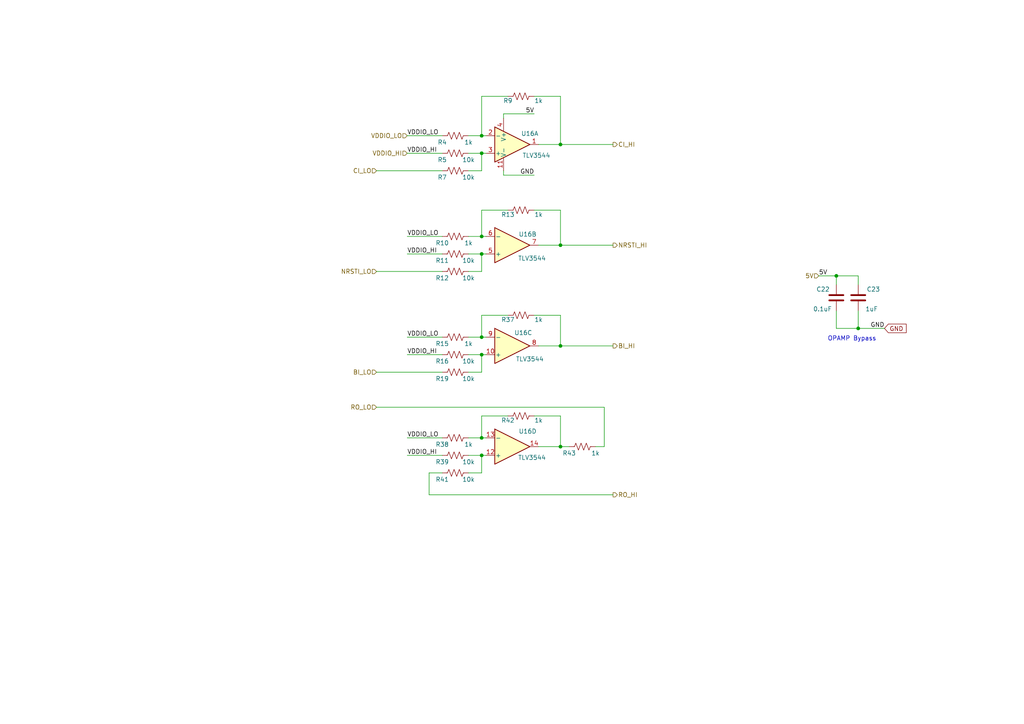
<source format=kicad_sch>
(kicad_sch (version 20250114) (generator "eeschema") (generator_version "9.0")
  (paper "A4")
  (title_block (title "bitaxeGamma Turbo") (date "2025-09-15") (rev "800xxxx"))
  (lib_symbols
    (symbol "Device:C" (pin_numbers (hide yes)) (pin_names (offset 0.254))
      (property "Reference" "C" (at 0.635 2.54 0))
      (property "Value" "C" (at 0.635 -2.54 0))
      (symbol "C_0_1"
        (polyline (pts (xy -2.032 0.762) (xy 2.032 0.762)) (stroke (width 0.508)))
        (polyline (pts (xy -2.032 -0.762) (xy 2.032 -0.762)) (stroke (width 0.508)))
      )
      (symbol "C_1_1"
        (pin passive line (at 0 3.81 270) (length 2.794) (name "~") (number "1"))
        (pin passive line (at 0 -3.81 90) (length 2.794) (name "~") (number "2"))
      )
    )
    (symbol "Device:R_US" (pin_numbers (hide yes)) (pin_names (offset 0))
      (property "Reference" "R" (at 2.54 0 90))
      (property "Value" "R_US" (at -2.54 0 90))
      (symbol "R_US_0_1"
        (polyline (pts (xy 0 2.286) (xy 0 2.54)))
        (polyline (pts (xy 0 2.286) (xy 1.016 1.905) (xy 0 1.524) (xy -1.016 1.143) (xy 0 0.762)))
        (polyline (pts (xy 0 0.762) (xy 1.016 0.381) (xy 0 0) (xy -1.016 -0.381) (xy 0 -0.762)))
        (polyline (pts (xy 0 -0.762) (xy 1.016 -1.143) (xy 0 -1.524) (xy -1.016 -1.905) (xy 0 -2.286)))
        (polyline (pts (xy 0 -2.286) (xy 0 -2.54)))
      )
      (symbol "R_US_1_1"
        (pin passive line (at 0 3.81 270) (length 1.27) (name "~") (number "1"))
        (pin passive line (at 0 -3.81 90) (length 1.27) (name "~") (number "2"))
      )
    )
    (symbol "TLV3544_1" (pin_names (offset 0.127))
      (property "Reference" "U" (at 7.62 2.54 0))
      (property "Value" "TLV3544" (at 11.43 -2.54 0))
      (symbol "TLV3544_1_0_1"
        (polyline (pts (xy -2.54 5.08) (xy -2.54 -5.08) (xy 7.62 0) (xy -2.54 5.08)) (stroke (width 0.254)) (fill (type background)))
      )
      (symbol "TLV3544_1_1_1"
        (pin input line (at -5.08 2.54 0) (length 2.54) (name "-") (number "2"))
        (pin input line (at -5.08 -2.54 0) (length 2.54) (name "+") (number "3"))
        (pin power_in line (at 0 7.62 270) (length 3.81) (name "V+") (number "4"))
        (pin power_in line (at 0 -7.62 90) (length 3.81) (name "V-") (number "11"))
        (pin output line (at 10.16 0 180) (length 2.54) (name "~") (number "1"))
      )
      (symbol "TLV3544_1_2_1"
        (pin input line (at -5.08 2.54 0) (length 2.54) (name "-") (number "6"))
        (pin input line (at -5.08 -2.54 0) (length 2.54) (name "+") (number "5"))
        (pin output line (at 10.16 0 180) (length 2.54) (name "~") (number "7"))
      )
      (symbol "TLV3544_1_3_1"
        (pin input line (at -5.08 2.54 0) (length 2.54) (name "-") (number "9"))
        (pin input line (at -5.08 -2.54 0) (length 2.54) (name "+") (number "10"))
        (pin output line (at 10.16 0 180) (length 2.54) (name "~") (number "8"))
      )
      (symbol "TLV3544_1_4_1"
        (pin input line (at -5.08 2.54 0) (length 2.54) (name "-") (number "13"))
        (pin input line (at -5.08 -2.54 0) (length 2.54) (name "+") (number "12"))
        (pin output line (at 10.16 0 180) (length 2.54) (name "~") (number "14"))
      )
    )
    (symbol "TLV3544_2" (pin_names (offset 0.127))
      (property "Reference" "U" (at 7.62 2.54 0))
      (property "Value" "TLV3544" (at 11.43 -2.54 0))
      (symbol "TLV3544_2_0_1"
        (polyline (pts (xy -2.54 5.08) (xy -2.54 -5.08) (xy 7.62 0) (xy -2.54 5.08)) (stroke (width 0.254)) (fill (type background)))
      )
      (symbol "TLV3544_2_1_1"
        (pin input line (at -5.08 2.54 0) (length 2.54) (name "-") (number "2"))
        (pin input line (at -5.08 -2.54 0) (length 2.54) (name "+") (number "3"))
        (pin power_in line (at 0 7.62 270) (length 3.81) (name "V+") (number "4"))
        (pin power_in line (at 0 -7.62 90) (length 3.81) (name "V-") (number "11"))
        (pin output line (at 10.16 0 180) (length 2.54) (name "~") (number "1"))
      )
      (symbol "TLV3544_2_2_1"
        (pin input line (at -5.08 2.54 0) (length 2.54) (name "-") (number "6"))
        (pin input line (at -5.08 -2.54 0) (length 2.54) (name "+") (number "5"))
        (pin output line (at 10.16 0 180) (length 2.54) (name "~") (number "7"))
      )
      (symbol "TLV3544_2_3_1"
        (pin input line (at -5.08 2.54 0) (length 2.54) (name "-") (number "9"))
        (pin input line (at -5.08 -2.54 0) (length 2.54) (name "+") (number "10"))
        (pin output line (at 10.16 0 180) (length 2.54) (name "~") (number "8"))
      )
      (symbol "TLV3544_2_4_1"
        (pin input line (at -5.08 2.54 0) (length 2.54) (name "-") (number "13"))
        (pin input line (at -5.08 -2.54 0) (length 2.54) (name "+") (number "12"))
        (pin output line (at 10.16 0 180) (length 2.54) (name "~") (number "14"))
      )
    )
    (symbol "TLV3544_3" (pin_names (offset 0.127))
      (property "Reference" "U" (at 7.62 2.54 0))
      (property "Value" "TLV3544" (at 11.43 -2.54 0))
      (symbol "TLV3544_3_0_1"
        (polyline (pts (xy -2.54 5.08) (xy -2.54 -5.08) (xy 7.62 0) (xy -2.54 5.08)) (stroke (width 0.254)) (fill (type background)))
      )
      (symbol "TLV3544_3_1_1"
        (pin input line (at -5.08 2.54 0) (length 2.54) (name "-") (number "2"))
        (pin input line (at -5.08 -2.54 0) (length 2.54) (name "+") (number "3"))
        (pin power_in line (at 0 7.62 270) (length 3.81) (name "V+") (number "4"))
        (pin power_in line (at 0 -7.62 90) (length 3.81) (name "V-") (number "11"))
        (pin output line (at 10.16 0 180) (length 2.54) (name "~") (number "1"))
      )
      (symbol "TLV3544_3_2_1"
        (pin input line (at -5.08 2.54 0) (length 2.54) (name "-") (number "6"))
        (pin input line (at -5.08 -2.54 0) (length 2.54) (name "+") (number "5"))
        (pin output line (at 10.16 0 180) (length 2.54) (name "~") (number "7"))
      )
      (symbol "TLV3544_3_3_1"
        (pin input line (at -5.08 2.54 0) (length 2.54) (name "-") (number "9"))
        (pin input line (at -5.08 -2.54 0) (length 2.54) (name "+") (number "10"))
        (pin output line (at 10.16 0 180) (length 2.54) (name "~") (number "8"))
      )
      (symbol "TLV3544_3_4_1"
        (pin input line (at -5.08 2.54 0) (length 2.54) (name "-") (number "13"))
        (pin input line (at -5.08 -2.54 0) (length 2.54) (name "+") (number "12"))
        (pin output line (at 10.16 0 180) (length 2.54) (name "~") (number "14"))
      )
    )
    (symbol "bitaxe:TLV3544" (pin_names (offset 0.127))
      (property "Reference" "U" (at 7.62 2.54 0))
      (property "Value" "TLV3544" (at 11.43 -2.54 0))
      (symbol "TLV3544_0_1"
        (polyline (pts (xy -2.54 5.08) (xy -2.54 -5.08) (xy 7.62 0) (xy -2.54 5.08)) (stroke (width 0.254)) (fill (type background)))
      )
      (symbol "TLV3544_1_1"
        (pin input line (at -5.08 2.54 0) (length 2.54) (name "-") (number "2"))
        (pin input line (at -5.08 -2.54 0) (length 2.54) (name "+") (number "3"))
        (pin power_in line (at 0 7.62 270) (length 3.81) (name "V+") (number "4"))
        (pin power_in line (at 0 -7.62 90) (length 3.81) (name "V-") (number "11"))
        (pin output line (at 10.16 0 180) (length 2.54) (name "~") (number "1"))
      )
      (symbol "TLV3544_2_1"
        (pin input line (at -5.08 2.54 0) (length 2.54) (name "-") (number "6"))
        (pin input line (at -5.08 -2.54 0) (length 2.54) (name "+") (number "5"))
        (pin output line (at 10.16 0 180) (length 2.54) (name "~") (number "7"))
      )
      (symbol "TLV3544_3_1"
        (pin input line (at -5.08 2.54 0) (length 2.54) (name "-") (number "9"))
        (pin input line (at -5.08 -2.54 0) (length 2.54) (name "+") (number "10"))
        (pin output line (at 10.16 0 180) (length 2.54) (name "~") (number "8"))
      )
      (symbol "TLV3544_4_1"
        (pin input line (at -5.08 2.54 0) (length 2.54) (name "-") (number "13"))
        (pin input line (at -5.08 -2.54 0) (length 2.54) (name "+") (number "12"))
        (pin output line (at 10.16 0 180) (length 2.54) (name "~") (number "14"))
      )
    )
  )
  (text "OPAMP Bypass" (at 240.03 99.06 0) (effects (font (size 1.27 1.27)) (justify left bottom)))
  (junction (at 162.56 100.33))
  (junction (at 162.56 71.12))
  (junction (at 248.92 95.25))
  (junction (at 162.56 41.91))
  (junction (at 139.7 127))
  (junction (at 139.7 73.66))
  (junction (at 139.7 68.58))
  (junction (at 139.7 39.37))
  (junction (at 139.7 102.87))
  (junction (at 139.7 44.45))
  (junction (at 162.56 129.54))
  (junction (at 242.57 80.01))
  (junction (at 139.7 97.79))
  (junction (at 139.7 132.08))
  (wire (pts (xy 135.89 127) (xy 139.7 127)))
  (wire (pts (xy 146.05 33.02) (xy 154.94 33.02)))
  (wire (pts (xy 162.56 100.33) (xy 177.8 100.33)))
  (wire (pts (xy 162.56 60.96) (xy 162.56 71.12)))
  (wire (pts (xy 162.56 41.91) (xy 177.8 41.91)))
  (wire (pts (xy 135.89 102.87) (xy 139.7 102.87)))
  (wire (pts (xy 248.92 82.55) (xy 248.92 80.01)))
  (wire (pts (xy 139.7 39.37) (xy 140.97 39.37)))
  (wire (pts (xy 135.89 39.37) (xy 139.7 39.37)))
  (wire (pts (xy 124.46 137.16) (xy 128.27 137.16)))
  (wire (pts (xy 118.11 97.79) (xy 128.27 97.79)))
  (wire (pts (xy 109.22 78.74) (xy 128.27 78.74)))
  (wire (pts (xy 139.7 132.08) (xy 140.97 132.08)))
  (wire (pts (xy 248.92 95.25) (xy 256.54 95.25)))
  (wire (pts (xy 139.7 60.96) (xy 147.32 60.96)))
  (wire (pts (xy 139.7 120.65) (xy 139.7 127)))
  (wire (pts (xy 139.7 78.74) (xy 139.7 73.66)))
  (wire (pts (xy 162.56 71.12) (xy 156.21 71.12)))
  (wire (pts (xy 135.89 137.16) (xy 139.7 137.16)))
  (wire (pts (xy 146.05 34.29) (xy 146.05 33.02)))
  (wire (pts (xy 139.7 91.44) (xy 139.7 97.79)))
  (wire (pts (xy 139.7 120.65) (xy 147.32 120.65)))
  (wire (pts (xy 139.7 127) (xy 140.97 127)))
  (wire (pts (xy 135.89 44.45) (xy 139.7 44.45)))
  (wire (pts (xy 109.22 49.53) (xy 128.27 49.53)))
  (wire (pts (xy 139.7 97.79) (xy 140.97 97.79)))
  (wire (pts (xy 242.57 90.17) (xy 242.57 95.25)))
  (wire (pts (xy 135.89 49.53) (xy 139.7 49.53)))
  (wire (pts (xy 135.89 97.79) (xy 139.7 97.79)))
  (wire (pts (xy 162.56 120.65) (xy 162.56 129.54)))
  (wire (pts (xy 118.11 44.45) (xy 128.27 44.45)))
  (wire (pts (xy 139.7 107.95) (xy 139.7 102.87)))
  (wire (pts (xy 135.89 78.74) (xy 139.7 78.74)))
  (wire (pts (xy 139.7 68.58) (xy 140.97 68.58)))
  (wire (pts (xy 139.7 73.66) (xy 140.97 73.66)))
  (wire (pts (xy 162.56 91.44) (xy 162.56 100.33)))
  (wire (pts (xy 237.49 80.01) (xy 242.57 80.01)))
  (wire (pts (xy 177.8 143.51) (xy 124.46 143.51)))
  (wire (pts (xy 175.26 118.11) (xy 175.26 129.54)))
  (wire (pts (xy 118.11 102.87) (xy 128.27 102.87)))
  (wire (pts (xy 139.7 60.96) (xy 139.7 68.58)))
  (wire (pts (xy 139.7 137.16) (xy 139.7 132.08)))
  (wire (pts (xy 139.7 27.94) (xy 139.7 39.37)))
  (wire (pts (xy 124.46 143.51) (xy 124.46 137.16)))
  (wire (pts (xy 109.22 118.11) (xy 175.26 118.11)))
  (wire (pts (xy 118.11 68.58) (xy 128.27 68.58)))
  (wire (pts (xy 135.89 73.66) (xy 139.7 73.66)))
  (wire (pts (xy 135.89 132.08) (xy 139.7 132.08)))
  (wire (pts (xy 135.89 107.95) (xy 139.7 107.95)))
  (wire (pts (xy 162.56 129.54) (xy 165.1 129.54)))
  (wire (pts (xy 248.92 90.17) (xy 248.92 95.25)))
  (wire (pts (xy 154.94 120.65) (xy 162.56 120.65)))
  (wire (pts (xy 154.94 60.96) (xy 162.56 60.96)))
  (wire (pts (xy 242.57 80.01) (xy 248.92 80.01)))
  (wire (pts (xy 154.94 27.94) (xy 162.56 27.94)))
  (wire (pts (xy 139.7 44.45) (xy 140.97 44.45)))
  (wire (pts (xy 118.11 73.66) (xy 128.27 73.66)))
  (wire (pts (xy 162.56 100.33) (xy 156.21 100.33)))
  (wire (pts (xy 135.89 68.58) (xy 139.7 68.58)))
  (wire (pts (xy 139.7 49.53) (xy 139.7 44.45)))
  (wire (pts (xy 139.7 27.94) (xy 147.32 27.94)))
  (wire (pts (xy 146.05 50.8) (xy 154.94 50.8)))
  (wire (pts (xy 118.11 132.08) (xy 128.27 132.08)))
  (wire (pts (xy 242.57 80.01) (xy 242.57 82.55)))
  (wire (pts (xy 139.7 102.87) (xy 140.97 102.87)))
  (wire (pts (xy 172.72 129.54) (xy 175.26 129.54)))
  (wire (pts (xy 118.11 39.37) (xy 128.27 39.37)))
  (wire (pts (xy 156.21 129.54) (xy 162.56 129.54)))
  (wire (pts (xy 162.56 71.12) (xy 177.8 71.12)))
  (wire (pts (xy 146.05 49.53) (xy 146.05 50.8)))
  (wire (pts (xy 242.57 95.25) (xy 248.92 95.25)))
  (wire (pts (xy 109.22 107.95) (xy 128.27 107.95)))
  (wire (pts (xy 139.7 91.44) (xy 147.32 91.44)))
  (wire (pts (xy 118.11 127) (xy 128.27 127)))
  (wire (pts (xy 162.56 41.91) (xy 156.21 41.91)))
  (wire (pts (xy 154.94 91.44) (xy 162.56 91.44)))
  (wire (pts (xy 162.56 27.94) (xy 162.56 41.91)))
  (label "VDDIO_HI" (at 118.11 132.08 0))
  (label "VDDIO_LO" (at 118.11 127 0))
  (label "GND" (at 154.94 50.8 180))
  (label "VDDIO_HI" (at 118.11 102.87 0))
  (label "VDDIO_HI" (at 118.11 44.45 0))
  (label "VDDIO_LO" (at 118.11 68.58 0))
  (label "VDDIO_LO" (at 118.11 97.79 0))
  (label "GND" (at 256.54 95.25 180))
  (label "VDDIO_HI" (at 118.11 73.66 0))
  (label "5V" (at 154.94 33.02 180))
  (label "VDDIO_LO" (at 118.11 39.37 0))
  (label "5V" (at 237.49 80.01 0))
  (global_label "GND" (shape input) (at 256.54 95.25 0) (property "Intersheetrefs" "${INTERSHEET_REFS}" (effects (hide yes))))
  (hierarchical_label "RO_LO" (shape input) (at 109.22 118.11 180))
  (hierarchical_label "CI_HI" (shape output) (at 177.8 41.91 0))
  (hierarchical_label "VDDIO_LO" (shape input) (at 118.11 39.37 180))
  (hierarchical_label "CI_LO" (shape input) (at 109.22 49.53 180))
  (hierarchical_label "VDDIO_HI" (shape input) (at 118.11 44.45 180))
  (hierarchical_label "RO_HI" (shape output) (at 177.8 143.51 0))
  (hierarchical_label "NRSTI_HI" (shape output) (at 177.8 71.12 0))
  (hierarchical_label "5V" (shape input) (at 237.49 80.01 180))
  (hierarchical_label "BI_LO" (shape input) (at 109.22 107.95 180))
  (hierarchical_label "BI_HI" (shape output) (at 177.8 100.33 0))
  (hierarchical_label "NRSTI_LO" (shape input) (at 109.22 78.74 180))
  (symbol (lib_id "Device:R_US") (at 132.08 78.74 90) (unit 1)
    (property "Reference" "R12" (at 128.27 80.645 90))
    (property "Value" "10k" (at 135.89 80.645 90))
    (property "Footprint" "Resistor_SMD:R_0402_1005Metric" (effects (hide yes)))
    (property "DK" "311-10KJRCT-ND" (effects (hide yes)))
    (property "PARTNO" "RC0402JR-0710KL" (effects (hide yes)))
  )
  (symbol (lib_id "Device:C") (at 248.92 86.36 180) (unit 1)
    (property "Reference" "C23" (at 255.27 83.185 0) (effects (justify left bottom)))
    (property "Value" "1uF" (at 254.635 88.9 0) (effects (justify left bottom)))
    (property "Footprint" "Capacitor_SMD:C_0402_1005Metric" (effects (hide yes)))
    (property "DK" "587-5514-1-ND" (effects (hide yes)))
    (property "PARTNO" "EMK105BJ105MV-F" (effects (hide yes)))
  )
  (symbol (lib_name "TLV3544_1") (lib_id "bitaxe:TLV3544") (at 146.05 41.91 0) (unit 1)
    (property "Reference" "U16" (at 153.67 38.735 0))
    (property "Value" "TLV3544" (at 155.575 45.085 0))
    (property "Footprint" "Package_SO:TSSOP-14_4.4x5mm_P0.65mm" (effects (hide yes)))
    (property "Datasheet" "https://www.ti.com/lit/ds/symlink/tlv3542.pdf" (effects (hide yes)))
    (property "DK" "296-45352-1-ND" (effects (hide yes)))
    (property "PARTNO" "TLV3544IPWR" (effects (hide yes)))
  )
  (symbol (lib_id "Device:R_US") (at 132.08 73.66 90) (unit 1)
    (property "Reference" "R11" (at 128.27 75.565 90))
    (property "Value" "10k" (at 135.89 75.565 90))
    (property "Footprint" "Resistor_SMD:R_0402_1005Metric" (effects (hide yes)))
    (property "DK" "311-10KJRCT-ND" (effects (hide yes)))
    (property "PARTNO" "RC0402JR-0710KL" (effects (hide yes)))
  )
  (symbol (lib_id "Device:R_US") (at 151.13 60.96 270) (unit 1)
    (property "Reference" "R13" (at 147.32 62.23 90))
    (property "Value" "1k" (at 156.21 62.23 90))
    (property "Footprint" "Resistor_SMD:R_0402_1005Metric" (effects (hide yes)))
    (property "DK" "311-1.00KLRCT-ND" (effects (hide yes)))
    (property "PARTNO" "RC0402FR-071KL" (effects (hide yes)))
  )
  (symbol (lib_id "Device:C") (at 242.57 86.36 180) (unit 1)
    (property "Reference" "C22" (at 240.665 83.185 0) (effects (justify left bottom)))
    (property "Value" "0.1uF" (at 241.3 88.9 0) (effects (justify left bottom)))
    (property "Footprint" "Capacitor_SMD:C_0402_1005Metric" (effects (hide yes)))
    (property "DK" "478-KGM05AR71C104KHCT-ND" (effects (hide yes)))
    (property "PARTNO" "KGM05AR71C104KH" (effects (hide yes)))
  )
  (symbol (lib_id "Device:R_US") (at 132.08 137.16 90) (unit 1)
    (property "Reference" "R41" (at 128.27 139.065 90))
    (property "Value" "10k" (at 135.89 139.065 90))
    (property "Footprint" "Resistor_SMD:R_0402_1005Metric" (effects (hide yes)))
    (property "DK" "311-10KJRCT-ND" (effects (hide yes)))
    (property "PARTNO" "RC0402JR-0710KL" (effects (hide yes)))
  )
  (symbol (lib_id "Device:R_US") (at 132.08 97.79 270) (unit 1)
    (property "Reference" "R15" (at 128.27 99.695 90))
    (property "Value" "1k" (at 135.89 99.695 90))
    (property "Footprint" "Resistor_SMD:R_0402_1005Metric" (effects (hide yes)))
    (property "DK" "311-1.00KLRCT-ND" (effects (hide yes)))
    (property "PARTNO" "RC0402FR-071KL" (effects (hide yes)))
  )
  (symbol (lib_id "Device:R_US") (at 132.08 127 270) (unit 1)
    (property "Reference" "R38" (at 128.27 128.905 90))
    (property "Value" "1k" (at 135.89 128.905 90))
    (property "Footprint" "Resistor_SMD:R_0402_1005Metric" (effects (hide yes)))
    (property "DK" "311-1.00KLRCT-ND" (effects (hide yes)))
    (property "PARTNO" "RC0402FR-071KL" (effects (hide yes)))
  )
  (symbol (lib_id "Device:R_US") (at 132.08 132.08 90) (unit 1)
    (property "Reference" "R39" (at 128.27 133.985 90))
    (property "Value" "10k" (at 135.89 133.985 90))
    (property "Footprint" "Resistor_SMD:R_0402_1005Metric" (effects (hide yes)))
    (property "DK" "311-10KJRCT-ND" (effects (hide yes)))
    (property "PARTNO" "RC0402JR-0710KL" (effects (hide yes)))
  )
  (symbol (lib_id "Device:R_US") (at 132.08 68.58 270) (unit 1)
    (property "Reference" "R10" (at 128.27 70.485 90))
    (property "Value" "1k" (at 135.89 70.485 90))
    (property "Footprint" "Resistor_SMD:R_0402_1005Metric" (effects (hide yes)))
    (property "DK" "311-1.00KLRCT-ND" (effects (hide yes)))
    (property "PARTNO" "RC0402FR-071KL" (effects (hide yes)))
  )
  (symbol (lib_id "Device:R_US") (at 132.08 39.37 270) (unit 1)
    (property "Reference" "R4" (at 128.27 41.275 90))
    (property "Value" "1k" (at 135.89 41.275 90))
    (property "Footprint" "Resistor_SMD:R_0402_1005Metric" (effects (hide yes)))
    (property "DK" "311-1.00KLRCT-ND" (effects (hide yes)))
    (property "PARTNO" "RC0402FR-071KL" (effects (hide yes)))
  )
  (symbol (lib_name "TLV3544_2") (lib_id "bitaxe:TLV3544") (at 146.05 71.12 0) (unit 2)
    (property "Reference" "U16" (at 153.035 67.945 0))
    (property "Value" "TLV3544" (at 154.305 74.93 0))
    (property "Footprint" "Package_SO:TSSOP-14_4.4x5mm_P0.65mm" (effects (hide yes)))
    (property "Datasheet" "https://www.ti.com/lit/ds/symlink/tlv3542.pdf" (effects (hide yes)))
    (property "DK" "296-45352-1-ND" (effects (hide yes)))
    (property "PARTNO" "TLV3544IPWR" (effects (hide yes)))
  )
  (symbol (lib_id "Device:R_US") (at 132.08 107.95 90) (unit 1)
    (property "Reference" "R19" (at 128.27 109.855 90))
    (property "Value" "10k" (at 135.89 109.855 90))
    (property "Footprint" "Resistor_SMD:R_0402_1005Metric" (effects (hide yes)))
    (property "DK" "311-10KJRCT-ND" (effects (hide yes)))
    (property "PARTNO" "RC0402JR-0710KL" (effects (hide yes)))
  )
  (symbol (lib_id "Device:R_US") (at 168.91 129.54 270) (unit 1)
    (property "Reference" "R43" (at 165.1 131.445 90))
    (property "Value" "1k" (at 172.72 131.445 90))
    (property "Footprint" "Resistor_SMD:R_0402_1005Metric" (effects (hide yes)))
    (property "DK" "311-1.00KLRCT-ND" (effects (hide yes)))
    (property "PARTNO" "RC0402FR-071KL" (effects (hide yes)))
  )
  (symbol (lib_id "Device:R_US") (at 151.13 91.44 270) (unit 1)
    (property "Reference" "R37" (at 147.32 92.71 90))
    (property "Value" "1k" (at 156.21 92.71 90))
    (property "Footprint" "Resistor_SMD:R_0402_1005Metric" (effects (hide yes)))
    (property "DK" "311-1.00KLRCT-ND" (effects (hide yes)))
    (property "PARTNO" "RC0402FR-071KL" (effects (hide yes)))
  )
  (symbol (lib_id "Device:R_US") (at 132.08 102.87 90) (unit 1)
    (property "Reference" "R16" (at 128.27 104.775 90))
    (property "Value" "10k" (at 135.89 104.775 90))
    (property "Footprint" "Resistor_SMD:R_0402_1005Metric" (effects (hide yes)))
    (property "DK" "311-10KJRCT-ND" (effects (hide yes)))
    (property "PARTNO" "RC0402JR-0710KL" (effects (hide yes)))
  )
  (symbol (lib_name "TLV3544_3") (lib_id "bitaxe:TLV3544") (at 146.05 100.33 0) (unit 3)
    (property "Reference" "U16" (at 151.765 96.52 0))
    (property "Value" "TLV3544" (at 153.67 104.14 0))
    (property "Footprint" "Package_SO:TSSOP-14_4.4x5mm_P0.65mm" (effects (hide yes)))
    (property "Datasheet" "https://www.ti.com/lit/ds/symlink/tlv3542.pdf" (effects (hide yes)))
    (property "DK" "296-45352-1-ND" (effects (hide yes)))
    (property "PARTNO" "TLV3544IPWR" (effects (hide yes)))
  )
  (symbol (lib_id "Device:R_US") (at 132.08 44.45 270) (unit 1)
    (property "Reference" "R5" (at 128.27 46.355 90))
    (property "Value" "10k" (at 135.89 46.355 90))
    (property "Footprint" "Resistor_SMD:R_0402_1005Metric" (effects (hide yes)))
    (property "DK" "311-10KJRCT-ND" (effects (hide yes)))
    (property "PARTNO" "RC0402JR-0710KL" (effects (hide yes)))
  )
  (symbol (lib_id "bitaxe:TLV3544") (at 146.05 129.54 0) (unit 4)
    (property "Reference" "U16" (at 153.035 125.095 0))
    (property "Value" "TLV3544" (at 154.305 132.715 0))
    (property "Footprint" "Package_SO:TSSOP-14_4.4x5mm_P0.65mm" (effects (hide yes)))
    (property "Datasheet" "https://www.ti.com/lit/ds/symlink/tlv3542.pdf" (effects (hide yes)))
    (property "DK" "296-45352-1-ND" (effects (hide yes)))
    (property "PARTNO" "TLV3544IPWR" (effects (hide yes)))
  )
  (symbol (lib_id "Device:R_US") (at 132.08 49.53 90) (unit 1)
    (property "Reference" "R7" (at 128.27 51.435 90))
    (property "Value" "10k" (at 135.89 51.435 90))
    (property "Footprint" "Resistor_SMD:R_0402_1005Metric" (effects (hide yes)))
    (property "DK" "311-10KJRCT-ND" (effects (hide yes)))
    (property "PARTNO" "RC0402JR-0710KL" (effects (hide yes)))
  )
  (symbol (lib_id "Device:R_US") (at 151.13 120.65 270) (unit 1)
    (property "Reference" "R42" (at 147.32 121.92 90))
    (property "Value" "1k" (at 156.21 121.92 90))
    (property "Footprint" "Resistor_SMD:R_0402_1005Metric" (effects (hide yes)))
    (property "DK" "311-1.00KLRCT-ND" (effects (hide yes)))
    (property "PARTNO" "RC0402FR-071KL" (effects (hide yes)))
  )
  (symbol (lib_id "Device:R_US") (at 151.13 27.94 270) (unit 1)
    (property "Reference" "R9" (at 147.32 29.21 90))
    (property "Value" "1k" (at 156.21 29.21 90))
    (property "Footprint" "Resistor_SMD:R_0402_1005Metric" (effects (hide yes)))
    (property "DK" "311-1.00KLRCT-ND" (effects (hide yes)))
    (property "PARTNO" "RC0402FR-071KL" (effects (hide yes)))
  )
)
</source>
